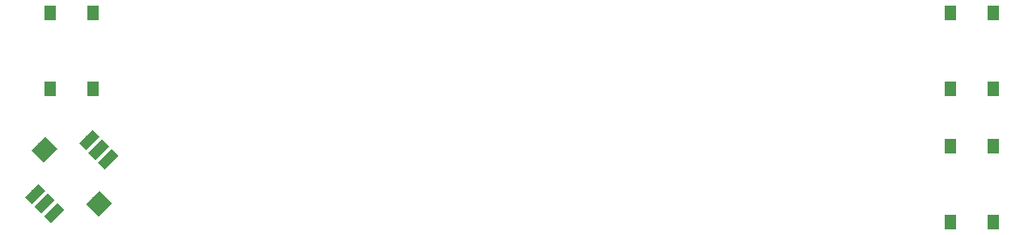
<source format=gbr>
G04 #@! TF.GenerationSoftware,KiCad,Pcbnew,6.0.0-unknown-r16647.959a4bdde.fc31*
G04 #@! TF.CreationDate,2020-02-05T23:37:17+00:00*
G04 #@! TF.ProjectId,r2,72322e6b-6963-4616-945f-706362585858,rev?*
G04 #@! TF.SameCoordinates,Original*
G04 #@! TF.FileFunction,Paste,Top*
G04 #@! TF.FilePolarity,Positive*
%FSLAX46Y46*%
G04 Gerber Fmt 4.6, Leading zero omitted, Abs format (unit mm)*
G04 Created by KiCad (PCBNEW 6.0.0-unknown-r16647.959a4bdde.fc31) date 2020-02-05 23:37:17*
%MOMM*%
%LPD*%
G04 APERTURE LIST*
%ADD10R,1.300000X1.550000*%
%ADD11C,1.000000*%
%ADD12C,0.100000*%
%ADD13C,1.800000*%
G04 APERTURE END LIST*
D10*
X-45000000Y122975000D03*
X-45000000Y115025000D03*
X-49500000Y122975000D03*
X-49500000Y115025000D03*
X44750000Y115025000D03*
X44750000Y122975000D03*
X49250000Y115025000D03*
X49250000Y122975000D03*
X49250000Y108975000D03*
X49250000Y101025000D03*
X44750000Y108975000D03*
X44750000Y101025000D03*
D11*
X-50080404Y102969542D03*
D12*
G36*
X-50433957Y101908882D02*
G01*
X-51141064Y102615989D01*
X-49726851Y104030202D01*
X-49019744Y103323095D01*
X-50433957Y101908882D01*
X-50433957Y101908882D01*
G37*
D11*
X-51088032Y103977169D03*
D12*
G36*
X-51441585Y102916509D02*
G01*
X-52148692Y103623616D01*
X-50734479Y105037829D01*
X-50027372Y104330722D01*
X-51441585Y102916509D01*
X-51441585Y102916509D01*
G37*
D11*
X-49072777Y101961915D03*
D12*
G36*
X-49426330Y100901255D02*
G01*
X-50133437Y101608362D01*
X-48719224Y103022575D01*
X-48012117Y102315468D01*
X-49426330Y100901255D01*
X-49426330Y100901255D01*
G37*
D11*
X-43415923Y107618769D03*
D12*
G36*
X-43769476Y106558109D02*
G01*
X-44476583Y107265216D01*
X-43062370Y108679429D01*
X-42355263Y107972322D01*
X-43769476Y106558109D01*
X-43769476Y106558109D01*
G37*
D11*
X-44423550Y108626396D03*
D12*
G36*
X-44777103Y107565736D02*
G01*
X-45484210Y108272843D01*
X-44069997Y109687056D01*
X-43362890Y108979949D01*
X-44777103Y107565736D01*
X-44777103Y107565736D01*
G37*
D11*
X-45431177Y109634023D03*
D12*
G36*
X-45784730Y108573363D02*
G01*
X-46491837Y109280470D01*
X-45077624Y110694683D01*
X-44370517Y109987576D01*
X-45784730Y108573363D01*
X-45784730Y108573363D01*
G37*
D13*
X-50115759Y108661751D03*
D12*
G36*
X-50186470Y107318248D02*
G01*
X-51459262Y108591040D01*
X-50045048Y110005254D01*
X-48772256Y108732462D01*
X-50186470Y107318248D01*
X-50186470Y107318248D01*
G37*
D13*
X-44388196Y102934187D03*
D12*
G36*
X-44458907Y101590684D02*
G01*
X-45731699Y102863476D01*
X-44317485Y104277690D01*
X-43044693Y103004898D01*
X-44458907Y101590684D01*
X-44458907Y101590684D01*
G37*
M02*

</source>
